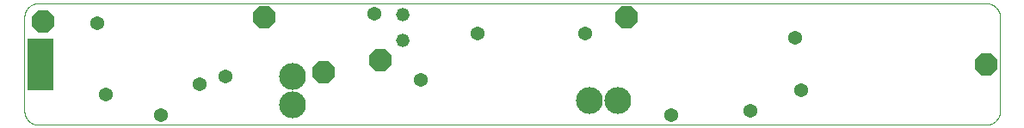
<source format=gbs>
G75*
%MOIN*%
%OFA0B0*%
%FSLAX25Y25*%
%IPPOS*%
%LPD*%
%AMOC8*
5,1,8,0,0,1.08239X$1,22.5*
%
%ADD10C,0.00000*%
%ADD11C,0.10400*%
%ADD12C,0.05200*%
%ADD13R,0.10400X0.20400*%
%ADD14OC8,0.08900*%
%ADD15C,0.05400*%
%ADD16C,0.06306*%
D10*
X0007412Y0020559D02*
X0374341Y0020559D01*
X0374341Y0020558D02*
X0374488Y0020560D01*
X0374634Y0020566D01*
X0374781Y0020576D01*
X0374927Y0020589D01*
X0375073Y0020607D01*
X0375218Y0020628D01*
X0375362Y0020653D01*
X0375506Y0020683D01*
X0375649Y0020715D01*
X0375791Y0020752D01*
X0375932Y0020793D01*
X0376072Y0020837D01*
X0376211Y0020885D01*
X0376348Y0020936D01*
X0376484Y0020992D01*
X0376619Y0021051D01*
X0376751Y0021113D01*
X0376883Y0021179D01*
X0377012Y0021248D01*
X0377139Y0021321D01*
X0377265Y0021397D01*
X0377388Y0021477D01*
X0377509Y0021560D01*
X0377628Y0021645D01*
X0377745Y0021735D01*
X0377859Y0021827D01*
X0377971Y0021922D01*
X0378080Y0022020D01*
X0378186Y0022121D01*
X0378290Y0022225D01*
X0378391Y0022331D01*
X0378489Y0022440D01*
X0378584Y0022552D01*
X0378676Y0022666D01*
X0378766Y0022783D01*
X0378851Y0022902D01*
X0378934Y0023023D01*
X0379014Y0023146D01*
X0379090Y0023272D01*
X0379163Y0023399D01*
X0379232Y0023528D01*
X0379298Y0023660D01*
X0379360Y0023792D01*
X0379419Y0023927D01*
X0379475Y0024063D01*
X0379526Y0024200D01*
X0379574Y0024339D01*
X0379618Y0024479D01*
X0379659Y0024620D01*
X0379696Y0024762D01*
X0379728Y0024905D01*
X0379758Y0025049D01*
X0379783Y0025193D01*
X0379804Y0025338D01*
X0379822Y0025484D01*
X0379835Y0025630D01*
X0379845Y0025777D01*
X0379851Y0025923D01*
X0379853Y0026070D01*
X0379853Y0062291D01*
X0379851Y0062438D01*
X0379845Y0062584D01*
X0379835Y0062731D01*
X0379822Y0062877D01*
X0379804Y0063023D01*
X0379783Y0063168D01*
X0379758Y0063312D01*
X0379728Y0063456D01*
X0379696Y0063599D01*
X0379659Y0063741D01*
X0379618Y0063882D01*
X0379574Y0064022D01*
X0379526Y0064161D01*
X0379475Y0064298D01*
X0379419Y0064434D01*
X0379360Y0064569D01*
X0379298Y0064701D01*
X0379232Y0064833D01*
X0379163Y0064962D01*
X0379090Y0065089D01*
X0379014Y0065215D01*
X0378934Y0065338D01*
X0378851Y0065459D01*
X0378766Y0065578D01*
X0378676Y0065695D01*
X0378584Y0065809D01*
X0378489Y0065921D01*
X0378391Y0066030D01*
X0378290Y0066136D01*
X0378186Y0066240D01*
X0378080Y0066341D01*
X0377971Y0066439D01*
X0377859Y0066534D01*
X0377745Y0066626D01*
X0377628Y0066716D01*
X0377509Y0066801D01*
X0377388Y0066884D01*
X0377265Y0066964D01*
X0377139Y0067040D01*
X0377012Y0067113D01*
X0376883Y0067182D01*
X0376751Y0067248D01*
X0376619Y0067310D01*
X0376484Y0067369D01*
X0376348Y0067425D01*
X0376211Y0067476D01*
X0376072Y0067524D01*
X0375932Y0067568D01*
X0375791Y0067609D01*
X0375649Y0067646D01*
X0375506Y0067678D01*
X0375362Y0067708D01*
X0375218Y0067733D01*
X0375073Y0067754D01*
X0374927Y0067772D01*
X0374781Y0067785D01*
X0374634Y0067795D01*
X0374488Y0067801D01*
X0374341Y0067803D01*
X0007412Y0067803D01*
X0007265Y0067801D01*
X0007119Y0067795D01*
X0006972Y0067785D01*
X0006826Y0067772D01*
X0006680Y0067754D01*
X0006535Y0067733D01*
X0006391Y0067708D01*
X0006247Y0067678D01*
X0006104Y0067646D01*
X0005962Y0067609D01*
X0005821Y0067568D01*
X0005681Y0067524D01*
X0005542Y0067476D01*
X0005405Y0067425D01*
X0005269Y0067369D01*
X0005134Y0067310D01*
X0005002Y0067248D01*
X0004870Y0067182D01*
X0004741Y0067113D01*
X0004614Y0067040D01*
X0004488Y0066964D01*
X0004365Y0066884D01*
X0004244Y0066801D01*
X0004125Y0066716D01*
X0004008Y0066626D01*
X0003894Y0066534D01*
X0003782Y0066439D01*
X0003673Y0066341D01*
X0003567Y0066240D01*
X0003463Y0066136D01*
X0003362Y0066030D01*
X0003264Y0065921D01*
X0003169Y0065809D01*
X0003077Y0065695D01*
X0002987Y0065578D01*
X0002902Y0065459D01*
X0002819Y0065338D01*
X0002739Y0065215D01*
X0002663Y0065089D01*
X0002590Y0064962D01*
X0002521Y0064833D01*
X0002455Y0064701D01*
X0002393Y0064569D01*
X0002334Y0064434D01*
X0002278Y0064298D01*
X0002227Y0064161D01*
X0002179Y0064022D01*
X0002135Y0063882D01*
X0002094Y0063741D01*
X0002057Y0063599D01*
X0002025Y0063456D01*
X0001995Y0063312D01*
X0001970Y0063168D01*
X0001949Y0063023D01*
X0001931Y0062877D01*
X0001918Y0062731D01*
X0001908Y0062584D01*
X0001902Y0062438D01*
X0001900Y0062291D01*
X0001900Y0026070D01*
X0001902Y0025923D01*
X0001908Y0025777D01*
X0001918Y0025630D01*
X0001931Y0025484D01*
X0001949Y0025338D01*
X0001970Y0025193D01*
X0001995Y0025049D01*
X0002025Y0024905D01*
X0002057Y0024762D01*
X0002094Y0024620D01*
X0002135Y0024479D01*
X0002179Y0024339D01*
X0002227Y0024200D01*
X0002278Y0024063D01*
X0002334Y0023927D01*
X0002393Y0023792D01*
X0002455Y0023660D01*
X0002521Y0023528D01*
X0002590Y0023399D01*
X0002663Y0023272D01*
X0002739Y0023146D01*
X0002819Y0023023D01*
X0002902Y0022902D01*
X0002987Y0022783D01*
X0003077Y0022666D01*
X0003169Y0022552D01*
X0003264Y0022440D01*
X0003362Y0022331D01*
X0003463Y0022225D01*
X0003567Y0022121D01*
X0003673Y0022020D01*
X0003782Y0021922D01*
X0003894Y0021827D01*
X0004008Y0021735D01*
X0004125Y0021645D01*
X0004244Y0021560D01*
X0004365Y0021477D01*
X0004488Y0021397D01*
X0004614Y0021321D01*
X0004741Y0021248D01*
X0004870Y0021179D01*
X0005002Y0021113D01*
X0005134Y0021051D01*
X0005269Y0020992D01*
X0005405Y0020936D01*
X0005542Y0020885D01*
X0005681Y0020837D01*
X0005821Y0020793D01*
X0005962Y0020752D01*
X0006104Y0020715D01*
X0006247Y0020683D01*
X0006391Y0020653D01*
X0006535Y0020628D01*
X0006680Y0020607D01*
X0006826Y0020589D01*
X0006972Y0020576D01*
X0007119Y0020566D01*
X0007265Y0020560D01*
X0007412Y0020558D01*
D11*
X0105837Y0028433D03*
X0105837Y0039456D03*
X0220798Y0030007D03*
X0231822Y0030007D03*
D12*
X0148357Y0053354D03*
X0148357Y0063354D03*
D13*
X0008200Y0044181D03*
D14*
X0008987Y0060716D03*
X0094814Y0062291D03*
X0139696Y0045756D03*
X0117648Y0041031D03*
X0234971Y0062291D03*
X0374341Y0044181D03*
D15*
X0302688Y0033944D03*
X0283003Y0026070D03*
X0252294Y0024496D03*
X0300326Y0054417D03*
X0219223Y0055992D03*
X0177491Y0055992D03*
X0137333Y0063866D03*
X0079853Y0039456D03*
X0069617Y0036307D03*
X0054656Y0024496D03*
X0033396Y0032370D03*
X0030247Y0059929D03*
X0155444Y0037881D03*
D16*
X0008200Y0044181D03*
M02*

</source>
